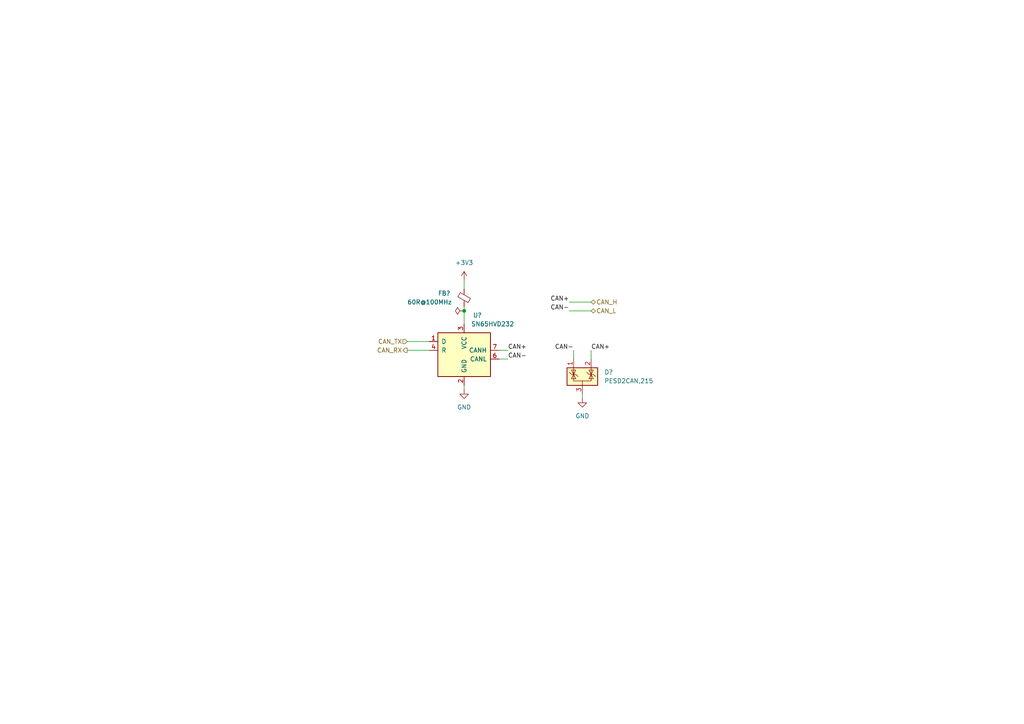
<source format=kicad_sch>
(kicad_sch (version 20211123) (generator eeschema)
  (paper "A4")
  (lib_symbols
    (symbol "Device:FerriteBead_Small" (pin_numbers hide) (pin_names (offset 0))
      (property "Reference" "FB" (at 1.905 1.27 0))
      (property "Value" "FerriteBead_Small" (at 1.905 -1.27 0))
      (symbol "FerriteBead_Small_0_1"
        (polyline (pts (xy 0 -1.27) (xy 0 -0.7874)))
        (polyline (pts (xy 0 0.889) (xy 0 1.2954)))
        (polyline (pts (xy -1.8288 0.2794) (xy -1.1176 1.4986) (xy 1.8288 -0.2032) (xy 1.1176 -1.4224) (xy -1.8288 0.2794)))
      )
      (symbol "FerriteBead_Small_1_1"
        (pin passive line (at 0 2.54 270) (length 1.27) (name "~") (number "1"))
        (pin passive line (at 0 -2.54 90) (length 1.27) (name "~") (number "2"))
      )
    )
    (symbol "Interface_CAN_LIN:SN65HVD232" (pin_names (offset 1.016))
      (property "Reference" "U" (at -2.54 10.16 0))
      (property "Value" "SN65HVD232" (at -2.54 7.62 0))
      (symbol "SN65HVD232_0_1"
        (rectangle (start -7.62 5.08) (end 7.62 -7.62) (stroke (width 0.254)) (fill (type background)))
      )
      (symbol "SN65HVD232_1_1"
        (pin input line (at -10.16 2.54 0) (length 2.54) (name "D") (number "1"))
        (pin power_in line (at 0 -10.16 90) (length 2.54) (name "GND") (number "2"))
        (pin power_in line (at 0 7.62 270) (length 2.54) (name "VCC") (number "3"))
        (pin output line (at -10.16 0 0) (length 2.54) (name "R") (number "4"))
        (pin no_connect line (at -10.16 -2.54 0) (length 2.54) hide (name "NC") (number "5"))
        (pin bidirectional line (at 10.16 -2.54 180) (length 2.54) (name "CANL") (number "6"))
        (pin bidirectional line (at 10.16 0 180) (length 2.54) (name "CANH") (number "7"))
        (pin no_connect line (at -10.16 -5.08 0) (length 2.54) hide (name "NC") (number "8"))
      )
    )
    (symbol "Power_Protection:NUP2105L" (pin_names hide)
      (property "Reference" "D" (at 5.715 2.54 0))
      (property "Value" "NUP2105L" (at 5.715 0.635 0))
      (symbol "NUP2105L_0_0"
        (pin passive line (at 0 -5.08 90) (length 2.54) (name "A") (number "3"))
      )
      (symbol "NUP2105L_0_1"
        (rectangle (start -4.445 2.54) (end 4.445 -2.54) (stroke (width 0.254)) (fill (type background)))
        (polyline (pts (xy -2.54 2.54) (xy -2.54 0.635)))
        (polyline (pts (xy 0 -1.27) (xy 0 -2.54)))
        (polyline (pts (xy 2.54 2.54) (xy 2.54 0.635)))
        (polyline (pts (xy -3.81 1.27) (xy -3.175 0.635) (xy -1.905 0.635) (xy -1.27 0)))
        (polyline (pts (xy -2.54 0.635) (xy -2.54 -1.27) (xy 2.54 -1.27) (xy 2.54 0.635)))
        (polyline (pts (xy -2.54 0.635) (xy -1.905 -0.635) (xy -3.175 -0.635) (xy -2.54 0.635)))
        (polyline (pts (xy 2.54 0.635) (xy 1.905 -0.635) (xy 3.175 -0.635) (xy 2.54 0.635)))
        (polyline (pts (xy 2.54 0.635) (xy 3.175 1.905) (xy 1.905 1.905) (xy 2.54 0.635)))
        (polyline (pts (xy -2.54 0.635) (xy -3.175 1.905) (xy -1.905 1.905) (xy -2.54 0.635) (xy -2.54 1.27)))
        (polyline (pts (xy 1.27 1.27) (xy 1.905 0.635) (xy 2.54 0.635) (xy 3.175 0.635) (xy 3.81 0)))
      )
      (symbol "NUP2105L_1_1"
        (pin passive line (at -2.54 5.08 270) (length 2.54) (name "K") (number "1"))
        (pin passive line (at 2.54 5.08 270) (length 2.54) (name "K") (number "2"))
      )
    )
    (symbol "power:+3V3" (power) (pin_names (offset 0))
      (property "Value" "+3V3" (at 0 3.556 0))
      (symbol "+3V3_0_1"
        (polyline (pts (xy -0.762 1.27) (xy 0 2.54)))
        (polyline (pts (xy 0 0) (xy 0 2.54)))
        (polyline (pts (xy 0 2.54) (xy 0.762 1.27)))
      )
      (symbol "+3V3_1_1"
        (pin power_in line (at 0 0 90) (length 0) hide (name "+3V3") (number "1"))
      )
    )
    (symbol "power:GND" (power) (pin_names (offset 0))
      (property "Value" "GND" (at 0 -3.81 0))
      (symbol "GND_0_1"
        (polyline (pts (xy 0 0) (xy 0 -1.27) (xy 1.27 -1.27) (xy 0 -2.54) (xy -1.27 -1.27) (xy 0 -1.27)))
      )
      (symbol "GND_1_1"
        (pin power_in line (at 0 0 270) (length 0) hide (name "GND") (number "1"))
      )
    )
    (symbol "power:PWR_FLAG" (power) (pin_numbers hide) (pin_names (offset 0) hide)
      (property "Value" "PWR_FLAG" (at 0 3.81 0))
      (symbol "PWR_FLAG_0_0"
        (pin power_out line (at 0 0 90) (length 0) (name "pwr") (number "1"))
      )
      (symbol "PWR_FLAG_0_1"
        (polyline (pts (xy 0 0) (xy 0 1.27) (xy -1.016 1.905) (xy 0 2.54) (xy 1.016 1.905) (xy 0 1.27)))
      )
    )
  )
  (junction (at 134.62 90.17))
  (wire (pts (xy 144.78 101.6) (xy 147.32 101.6)))
  (wire (pts (xy 166.37 101.6) (xy 166.37 104.14)))
  (wire (pts (xy 118.11 101.6) (xy 124.46 101.6)))
  (wire (pts (xy 134.62 111.76) (xy 134.62 113.03)))
  (wire (pts (xy 168.91 114.3) (xy 168.91 115.57)))
  (wire (pts (xy 118.11 99.06) (xy 124.46 99.06)))
  (wire (pts (xy 134.62 88.9) (xy 134.62 90.17)))
  (wire (pts (xy 134.62 81.28) (xy 134.62 83.82)))
  (wire (pts (xy 171.45 101.6) (xy 171.45 104.14)))
  (wire (pts (xy 134.62 90.17) (xy 134.62 93.98)))
  (wire (pts (xy 144.78 104.14) (xy 147.32 104.14)))
  (wire (pts (xy 165.1 87.63) (xy 171.45 87.63)))
  (wire (pts (xy 165.1 90.17) (xy 171.45 90.17)))
  (label "CAN+" (at 165.1 87.63 180))
  (label "CAN+" (at 147.32 101.6 0))
  (label "CAN-" (at 165.1 90.17 180))
  (label "CAN+" (at 171.45 101.6 0))
  (label "CAN-" (at 166.37 101.6 180))
  (label "CAN-" (at 147.32 104.14 0))
  (hierarchical_label "CAN_TX" (shape input) (at 118.11 99.06 180))
  (hierarchical_label "CAN_L" (shape bidirectional) (at 171.45 90.17 0))
  (hierarchical_label "CAN_RX" (shape output) (at 118.11 101.6 180))
  (hierarchical_label "CAN_H" (shape bidirectional) (at 171.45 87.63 0))
  (symbol (lib_id "Power_Protection:NUP2105L") (at 168.91 109.22 0) (unit 1)
    (property "Reference" "D?" (at 175.26 107.9499 0) (effects (justify left)))
    (property "Value" "PESD2CAN,215" (at 175.26 110.4899 0) (effects (justify left)))
    (property "Footprint" "TSOT23-5:SOT-23" (effects hide))
  )
  (symbol (lib_id "power:PWR_FLAG") (at 134.62 90.17 90) (unit 1)
    (property "Reference" "#FLG?" (effects hide))
    (property "Value" "PWR_FLAG" (effects hide))
  )
  (symbol (lib_id "power:GND") (at 168.91 115.57 0) (unit 1)
    (property "Reference" "#PWR?" (effects hide))
    (property "Value" "GND" (at 168.91 120.65 0))
  )
  (symbol (lib_id "power:+3V3") (at 134.62 81.28 0) (unit 1)
    (property "Reference" "#PWR?" (effects hide))
    (property "Value" "+3V3" (at 134.62 76.2 0))
  )
  (symbol (lib_id "power:GND") (at 134.62 113.03 0) (unit 1)
    (property "Reference" "#PWR?" (effects hide))
    (property "Value" "GND" (at 134.62 118.11 0))
  )
  (symbol (lib_id "Device:FerriteBead_Small") (at 134.62 86.36 0) (unit 1)
    (property "Reference" "FB?" (at 127 85.09 0) (effects (justify left)))
    (property "Value" "60R@100MHz" (at 118.11 87.63 0) (effects (justify left)))
    (property "Footprint" "Inductor_SMD:L_0603_1608Metric" (effects hide))
  )
  (symbol (lib_id "Interface_CAN_LIN:SN65HVD232") (at 134.62 101.6 0) (unit 1)
    (property "Reference" "U?" (at 137.16 91.44 0) (effects (justify left)))
    (property "Value" "SN65HVD232" (at 136.6394 93.98 0) (effects (justify left)))
    (property "Footprint" "Package_SO:SOIC-8_3.9x4.9mm_P1.27mm" (effects hide))
    (property "Datasheet" "http://www.ti.com/lit/ds/symlink/sn65hvd230.pdf" (effects hide))
  )
)
</source>
